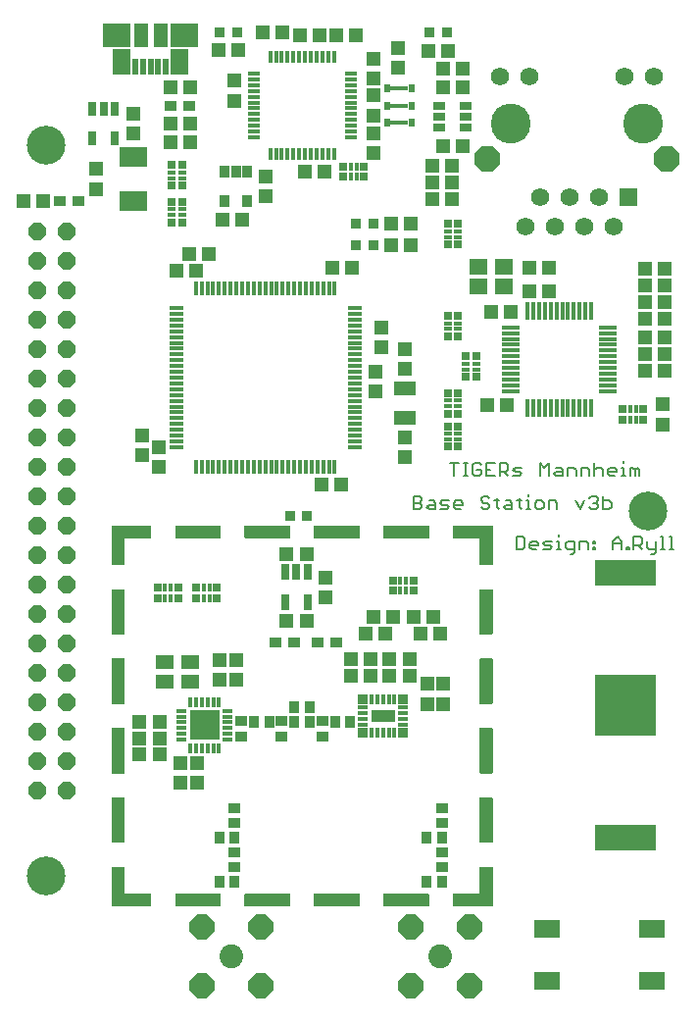
<source format=gts>
G04 EAGLE Gerber X2 export*
%TF.Part,Single*%
%TF.FileFunction,Soldermask,Top,1*%
%TF.FilePolarity,Positive*%
%TF.GenerationSoftware,Autodesk,EAGLE,9.4.2*%
%TF.CreationDate,2019-11-19T20:24:05Z*%
G75*
%MOMM*%
%FSLAX36Y36*%
%LPD*%
%INSoldermask Top*%
%AMOC8*
5,1,8,0,0,1.08239X$1,22.5*%
G01*
%ADD10C,0.152400*%
%ADD11C,3.350000*%
%ADD12P,1.569466X8X202.500000*%
%ADD13R,1.150000X1.250000*%
%ADD14R,1.250000X1.150000*%
%ADD15R,0.950000X0.950000*%
%ADD16R,2.250000X1.550000*%
%ADD17R,0.658000X1.166000*%
%ADD18R,2.436000X1.801000*%
%ADD19R,0.450000X1.650000*%
%ADD20R,1.650000X0.450000*%
%ADD21C,1.566000*%
%ADD22P,2.435377X8X292.500000*%
%ADD23R,1.566000X1.566000*%
%ADD24C,3.450000*%
%ADD25R,0.650000X0.675000*%
%ADD26R,0.650000X0.400000*%
%ADD27R,0.675000X0.650000*%
%ADD28R,0.400000X0.650000*%
%ADD29R,1.550000X1.350000*%
%ADD30R,0.500000X1.450000*%
%ADD31R,1.550000X2.200000*%
%ADD32R,2.450000X2.000000*%
%ADD33R,1.200000X2.000000*%
%ADD34R,1.000000X0.850000*%
%ADD35R,2.100000X1.100000*%
%ADD36R,0.400000X0.850000*%
%ADD37R,0.850000X0.400000*%
%ADD38R,0.850000X0.850000*%
%ADD39P,2.327138X8X22.500000*%
%ADD40C,2.050000*%
%ADD41R,1.500000X1.300000*%
%ADD42R,1.050000X0.850000*%
%ADD43R,0.850000X1.050000*%
%ADD44R,0.350000X0.850000*%
%ADD45R,0.850000X0.350000*%
%ADD46R,2.600000X2.600000*%
%ADD47R,1.950000X1.150000*%
%ADD48R,1.300000X0.400000*%
%ADD49R,0.400000X1.300000*%
%ADD50R,0.700000X1.350000*%
%ADD51R,1.100000X0.400000*%
%ADD52R,0.400000X1.100000*%
%ADD53R,0.500000X0.800000*%
%ADD54R,1.600000X0.400000*%
%ADD55R,1.050000X0.750000*%
%ADD56R,0.840000X1.140000*%
%ADD57R,5.230000X5.230000*%
%ADD58R,5.230000X2.182000*%

G36*
X41488959Y8302659D02*
X41488959Y8302659D01*
X41495503Y8302847D01*
X41499909Y8304628D01*
X41504597Y8305469D01*
X41510250Y8308803D01*
X41516319Y8311256D01*
X41519831Y8314459D01*
X41523931Y8316878D01*
X41528059Y8321959D01*
X41532909Y8326381D01*
X41535094Y8330619D01*
X41538088Y8334303D01*
X41540188Y8340503D01*
X41543197Y8346338D01*
X41544016Y8351794D01*
X41545294Y8355563D01*
X41545181Y8359541D01*
X41546000Y8365000D01*
X41546000Y11665000D01*
X41544841Y11671459D01*
X41544653Y11678003D01*
X41542872Y11682409D01*
X41542031Y11687097D01*
X41538697Y11692750D01*
X41536244Y11698819D01*
X41533041Y11702331D01*
X41530622Y11706431D01*
X41525541Y11710559D01*
X41521119Y11715409D01*
X41516881Y11717594D01*
X41513197Y11720588D01*
X41506997Y11722688D01*
X41501163Y11725697D01*
X41495706Y11726516D01*
X41491938Y11727794D01*
X41487959Y11727681D01*
X41482500Y11728500D01*
X40482500Y11728500D01*
X40476041Y11727341D01*
X40469497Y11727153D01*
X40465091Y11725372D01*
X40460403Y11724531D01*
X40454750Y11721197D01*
X40448681Y11718744D01*
X40445169Y11715541D01*
X40441069Y11713122D01*
X40436941Y11708041D01*
X40432091Y11703619D01*
X40429906Y11699381D01*
X40426913Y11695697D01*
X40424813Y11689497D01*
X40421803Y11683663D01*
X40420984Y11678206D01*
X40419706Y11674438D01*
X40419819Y11670459D01*
X40419000Y11665000D01*
X40419000Y9428500D01*
X38182500Y9428500D01*
X38176041Y9427341D01*
X38169497Y9427153D01*
X38165091Y9425372D01*
X38160403Y9424531D01*
X38154750Y9421197D01*
X38148681Y9418744D01*
X38145169Y9415541D01*
X38141069Y9413122D01*
X38136941Y9408041D01*
X38132091Y9403619D01*
X38129906Y9399381D01*
X38126913Y9395697D01*
X38124813Y9389497D01*
X38121803Y9383663D01*
X38120981Y9378197D01*
X38119706Y9374438D01*
X38119819Y9370459D01*
X38119000Y9365000D01*
X38119000Y8365000D01*
X38120159Y8358541D01*
X38120347Y8351997D01*
X38122128Y8347591D01*
X38122969Y8342903D01*
X38126303Y8337250D01*
X38128756Y8331181D01*
X38131959Y8327669D01*
X38134378Y8323569D01*
X38139459Y8319441D01*
X38143881Y8314591D01*
X38148119Y8312406D01*
X38151803Y8309413D01*
X38158003Y8307313D01*
X38163838Y8304303D01*
X38169294Y8303484D01*
X38173063Y8302206D01*
X38177041Y8302319D01*
X38182500Y8301500D01*
X41482500Y8301500D01*
X41488959Y8302659D01*
G37*
G36*
X9688959Y37802659D02*
X9688959Y37802659D01*
X9695503Y37802847D01*
X9699909Y37804628D01*
X9704597Y37805469D01*
X9710250Y37808803D01*
X9716319Y37811256D01*
X9719831Y37814459D01*
X9723931Y37816878D01*
X9728059Y37821959D01*
X9732909Y37826381D01*
X9735094Y37830619D01*
X9738088Y37834303D01*
X9740188Y37840503D01*
X9743197Y37846338D01*
X9744016Y37851794D01*
X9745294Y37855563D01*
X9745181Y37859541D01*
X9746000Y37865000D01*
X9746000Y40101500D01*
X11982500Y40101500D01*
X11988959Y40102659D01*
X11995503Y40102847D01*
X11999909Y40104628D01*
X12004597Y40105469D01*
X12010250Y40108803D01*
X12016319Y40111256D01*
X12019831Y40114459D01*
X12023931Y40116878D01*
X12028059Y40121959D01*
X12032909Y40126381D01*
X12035094Y40130619D01*
X12038088Y40134303D01*
X12040188Y40140503D01*
X12043197Y40146338D01*
X12044016Y40151794D01*
X12045294Y40155563D01*
X12045181Y40159541D01*
X12046000Y40165000D01*
X12046000Y41165000D01*
X12044841Y41171459D01*
X12044653Y41178003D01*
X12042872Y41182409D01*
X12042031Y41187097D01*
X12038697Y41192750D01*
X12036244Y41198819D01*
X12033041Y41202331D01*
X12030622Y41206431D01*
X12025541Y41210559D01*
X12021119Y41215409D01*
X12016881Y41217594D01*
X12013197Y41220588D01*
X12006997Y41222688D01*
X12001163Y41225697D01*
X11995706Y41226516D01*
X11991938Y41227794D01*
X11987959Y41227681D01*
X11982500Y41228500D01*
X8682500Y41228500D01*
X8676041Y41227341D01*
X8669497Y41227153D01*
X8665091Y41225372D01*
X8660403Y41224531D01*
X8654750Y41221197D01*
X8648681Y41218744D01*
X8645169Y41215541D01*
X8641069Y41213122D01*
X8636941Y41208041D01*
X8632091Y41203619D01*
X8629906Y41199381D01*
X8626913Y41195697D01*
X8624813Y41189497D01*
X8621803Y41183663D01*
X8620984Y41178206D01*
X8619706Y41174438D01*
X8619819Y41170459D01*
X8619000Y41165000D01*
X8619000Y37865000D01*
X8620159Y37858541D01*
X8620347Y37851997D01*
X8622128Y37847591D01*
X8622969Y37842903D01*
X8626303Y37837250D01*
X8628756Y37831181D01*
X8631959Y37827669D01*
X8634378Y37823569D01*
X8639459Y37819441D01*
X8643881Y37814591D01*
X8648119Y37812406D01*
X8651803Y37809413D01*
X8658003Y37807313D01*
X8663838Y37804303D01*
X8669294Y37803484D01*
X8673063Y37802206D01*
X8677041Y37802319D01*
X8682500Y37801500D01*
X9682500Y37801500D01*
X9688959Y37802659D01*
G37*
G36*
X41488959Y37802659D02*
X41488959Y37802659D01*
X41495503Y37802847D01*
X41499909Y37804628D01*
X41504597Y37805469D01*
X41510250Y37808803D01*
X41516319Y37811256D01*
X41519831Y37814459D01*
X41523931Y37816878D01*
X41528059Y37821959D01*
X41532909Y37826381D01*
X41535094Y37830619D01*
X41538088Y37834303D01*
X41540188Y37840503D01*
X41543197Y37846338D01*
X41544016Y37851794D01*
X41545294Y37855563D01*
X41545181Y37859541D01*
X41546000Y37865000D01*
X41546000Y41165000D01*
X41544841Y41171459D01*
X41544653Y41178003D01*
X41542872Y41182409D01*
X41542031Y41187097D01*
X41538697Y41192750D01*
X41536244Y41198819D01*
X41533041Y41202331D01*
X41530622Y41206431D01*
X41525541Y41210559D01*
X41521119Y41215409D01*
X41516881Y41217594D01*
X41513197Y41220588D01*
X41506997Y41222688D01*
X41501163Y41225697D01*
X41495706Y41226516D01*
X41491938Y41227794D01*
X41487959Y41227681D01*
X41482500Y41228500D01*
X38182500Y41228500D01*
X38176041Y41227341D01*
X38169497Y41227153D01*
X38165091Y41225372D01*
X38160403Y41224531D01*
X38154750Y41221197D01*
X38148681Y41218744D01*
X38145169Y41215541D01*
X38141069Y41213122D01*
X38136941Y41208041D01*
X38132091Y41203619D01*
X38129906Y41199381D01*
X38126913Y41195697D01*
X38124813Y41189497D01*
X38121803Y41183663D01*
X38120984Y41178206D01*
X38119706Y41174438D01*
X38119819Y41170459D01*
X38119000Y41165000D01*
X38119000Y40165000D01*
X38120159Y40158541D01*
X38120347Y40151997D01*
X38122128Y40147591D01*
X38122969Y40142903D01*
X38126303Y40137250D01*
X38128756Y40131181D01*
X38131959Y40127669D01*
X38134378Y40123569D01*
X38139459Y40119441D01*
X38143881Y40114591D01*
X38148119Y40112406D01*
X38151803Y40109413D01*
X38158003Y40107313D01*
X38163838Y40104303D01*
X38169294Y40103484D01*
X38173063Y40102206D01*
X38177041Y40102319D01*
X38182500Y40101500D01*
X40419000Y40101500D01*
X40419000Y37865000D01*
X40420159Y37858541D01*
X40420347Y37851997D01*
X40422128Y37847591D01*
X40422969Y37842903D01*
X40426303Y37837250D01*
X40428756Y37831181D01*
X40431959Y37827669D01*
X40434378Y37823569D01*
X40439459Y37819441D01*
X40443881Y37814591D01*
X40448119Y37812406D01*
X40451803Y37809413D01*
X40458003Y37807313D01*
X40463838Y37804303D01*
X40469294Y37803484D01*
X40473063Y37802206D01*
X40477041Y37802319D01*
X40482500Y37801500D01*
X41482500Y37801500D01*
X41488959Y37802659D01*
G37*
G36*
X11988959Y8302659D02*
X11988959Y8302659D01*
X11995503Y8302847D01*
X11999909Y8304628D01*
X12004597Y8305469D01*
X12010250Y8308803D01*
X12016319Y8311256D01*
X12019831Y8314459D01*
X12023931Y8316878D01*
X12028059Y8321959D01*
X12032909Y8326381D01*
X12035094Y8330619D01*
X12038088Y8334303D01*
X12040188Y8340503D01*
X12043197Y8346338D01*
X12044016Y8351794D01*
X12045294Y8355563D01*
X12045181Y8359541D01*
X12046000Y8365000D01*
X12046000Y9365000D01*
X12044841Y9371459D01*
X12044653Y9378003D01*
X12042872Y9382409D01*
X12042031Y9387097D01*
X12038697Y9392750D01*
X12036244Y9398819D01*
X12033041Y9402331D01*
X12030622Y9406431D01*
X12025541Y9410559D01*
X12021119Y9415409D01*
X12016881Y9417594D01*
X12013197Y9420588D01*
X12006997Y9422688D01*
X12001163Y9425697D01*
X11995706Y9426516D01*
X11991938Y9427794D01*
X11987959Y9427681D01*
X11982500Y9428500D01*
X9746000Y9428500D01*
X9746000Y11665000D01*
X9744841Y11671459D01*
X9744653Y11678003D01*
X9742872Y11682409D01*
X9742031Y11687097D01*
X9738697Y11692750D01*
X9736244Y11698819D01*
X9733041Y11702331D01*
X9730622Y11706431D01*
X9725541Y11710559D01*
X9721119Y11715409D01*
X9716881Y11717594D01*
X9713197Y11720588D01*
X9706997Y11722688D01*
X9701163Y11725697D01*
X9695706Y11726516D01*
X9691938Y11727794D01*
X9687959Y11727681D01*
X9682500Y11728500D01*
X8682500Y11728500D01*
X8676041Y11727341D01*
X8669497Y11727153D01*
X8665091Y11725372D01*
X8660403Y11724531D01*
X8654750Y11721197D01*
X8648681Y11718744D01*
X8645169Y11715541D01*
X8641069Y11713122D01*
X8636941Y11708041D01*
X8632091Y11703619D01*
X8629906Y11699381D01*
X8626913Y11695697D01*
X8624813Y11689497D01*
X8621803Y11683663D01*
X8620984Y11678206D01*
X8619706Y11674438D01*
X8619819Y11670459D01*
X8619000Y11665000D01*
X8619000Y8365000D01*
X8620159Y8358541D01*
X8620347Y8351997D01*
X8622128Y8347591D01*
X8622969Y8342903D01*
X8626303Y8337250D01*
X8628756Y8331181D01*
X8631959Y8327669D01*
X8634378Y8323569D01*
X8639459Y8319441D01*
X8643881Y8314591D01*
X8648119Y8312406D01*
X8651803Y8309413D01*
X8658003Y8307313D01*
X8663838Y8304303D01*
X8669294Y8303484D01*
X8673063Y8302206D01*
X8677041Y8302319D01*
X8682500Y8301500D01*
X11982500Y8301500D01*
X11988959Y8302659D01*
G37*
G36*
X23988959Y40102659D02*
X23988959Y40102659D01*
X23995503Y40102847D01*
X23999909Y40104628D01*
X24004597Y40105469D01*
X24010250Y40108803D01*
X24016319Y40111256D01*
X24019831Y40114459D01*
X24023931Y40116878D01*
X24028059Y40121959D01*
X24032909Y40126381D01*
X24035094Y40130619D01*
X24038088Y40134303D01*
X24040188Y40140503D01*
X24043197Y40146338D01*
X24044016Y40151794D01*
X24045294Y40155563D01*
X24045181Y40159541D01*
X24046000Y40165000D01*
X24046000Y41165000D01*
X24044841Y41171459D01*
X24044653Y41178003D01*
X24042872Y41182409D01*
X24042031Y41187097D01*
X24038697Y41192750D01*
X24036244Y41198819D01*
X24033041Y41202331D01*
X24030622Y41206431D01*
X24025541Y41210559D01*
X24021119Y41215409D01*
X24016881Y41217594D01*
X24013197Y41220588D01*
X24006997Y41222688D01*
X24001163Y41225697D01*
X23995706Y41226516D01*
X23991938Y41227794D01*
X23987959Y41227681D01*
X23982500Y41228500D01*
X20182500Y41228500D01*
X20176041Y41227341D01*
X20169497Y41227153D01*
X20165091Y41225372D01*
X20160403Y41224531D01*
X20154750Y41221197D01*
X20148681Y41218744D01*
X20145169Y41215541D01*
X20141069Y41213122D01*
X20136941Y41208041D01*
X20132091Y41203619D01*
X20129906Y41199381D01*
X20126913Y41195697D01*
X20124813Y41189497D01*
X20121803Y41183663D01*
X20120981Y41178197D01*
X20119706Y41174438D01*
X20119819Y41170459D01*
X20119000Y41165000D01*
X20119000Y40165000D01*
X20120159Y40158541D01*
X20120347Y40151997D01*
X20122128Y40147591D01*
X20122969Y40142903D01*
X20126303Y40137250D01*
X20128756Y40131181D01*
X20131959Y40127669D01*
X20134378Y40123569D01*
X20139459Y40119441D01*
X20143881Y40114591D01*
X20148119Y40112406D01*
X20151803Y40109413D01*
X20158003Y40107313D01*
X20163838Y40104303D01*
X20169294Y40103484D01*
X20173063Y40102206D01*
X20177041Y40102319D01*
X20182500Y40101500D01*
X23982500Y40101500D01*
X23988959Y40102659D01*
G37*
G36*
X17988959Y40102659D02*
X17988959Y40102659D01*
X17995503Y40102847D01*
X17999909Y40104628D01*
X18004597Y40105469D01*
X18010250Y40108803D01*
X18016319Y40111256D01*
X18019831Y40114459D01*
X18023931Y40116878D01*
X18028059Y40121959D01*
X18032909Y40126381D01*
X18035094Y40130619D01*
X18038088Y40134303D01*
X18040188Y40140503D01*
X18043197Y40146338D01*
X18044016Y40151794D01*
X18045294Y40155563D01*
X18045181Y40159541D01*
X18046000Y40165000D01*
X18046000Y41165000D01*
X18044841Y41171459D01*
X18044653Y41178003D01*
X18042872Y41182409D01*
X18042031Y41187097D01*
X18038697Y41192750D01*
X18036244Y41198819D01*
X18033041Y41202331D01*
X18030622Y41206431D01*
X18025541Y41210559D01*
X18021119Y41215409D01*
X18016881Y41217594D01*
X18013197Y41220588D01*
X18006997Y41222688D01*
X18001163Y41225697D01*
X17995706Y41226516D01*
X17991938Y41227794D01*
X17987959Y41227681D01*
X17982500Y41228500D01*
X14182500Y41228500D01*
X14176041Y41227341D01*
X14169497Y41227153D01*
X14165091Y41225372D01*
X14160403Y41224531D01*
X14154750Y41221197D01*
X14148681Y41218744D01*
X14145169Y41215541D01*
X14141069Y41213122D01*
X14136941Y41208041D01*
X14132091Y41203619D01*
X14129906Y41199381D01*
X14126913Y41195697D01*
X14124813Y41189497D01*
X14121803Y41183663D01*
X14120981Y41178197D01*
X14119706Y41174438D01*
X14119819Y41170459D01*
X14119000Y41165000D01*
X14119000Y40165000D01*
X14120159Y40158541D01*
X14120347Y40151997D01*
X14122128Y40147591D01*
X14122969Y40142903D01*
X14126303Y40137250D01*
X14128756Y40131181D01*
X14131959Y40127669D01*
X14134378Y40123569D01*
X14139459Y40119441D01*
X14143881Y40114591D01*
X14148119Y40112406D01*
X14151803Y40109413D01*
X14158003Y40107313D01*
X14163838Y40104303D01*
X14169294Y40103484D01*
X14173063Y40102206D01*
X14177041Y40102319D01*
X14182500Y40101500D01*
X17982500Y40101500D01*
X17988959Y40102659D01*
G37*
G36*
X29988959Y40102659D02*
X29988959Y40102659D01*
X29995503Y40102847D01*
X29999909Y40104628D01*
X30004597Y40105469D01*
X30010250Y40108803D01*
X30016319Y40111256D01*
X30019831Y40114459D01*
X30023931Y40116878D01*
X30028059Y40121959D01*
X30032909Y40126381D01*
X30035094Y40130619D01*
X30038088Y40134303D01*
X30040188Y40140503D01*
X30043197Y40146338D01*
X30044016Y40151794D01*
X30045294Y40155563D01*
X30045181Y40159541D01*
X30046000Y40165000D01*
X30046000Y41165000D01*
X30044841Y41171459D01*
X30044653Y41178003D01*
X30042872Y41182409D01*
X30042031Y41187097D01*
X30038697Y41192750D01*
X30036244Y41198819D01*
X30033041Y41202331D01*
X30030622Y41206431D01*
X30025541Y41210559D01*
X30021119Y41215409D01*
X30016881Y41217594D01*
X30013197Y41220588D01*
X30006997Y41222688D01*
X30001163Y41225697D01*
X29995706Y41226516D01*
X29991938Y41227794D01*
X29987959Y41227681D01*
X29982500Y41228500D01*
X26182500Y41228500D01*
X26176041Y41227341D01*
X26169497Y41227153D01*
X26165091Y41225372D01*
X26160403Y41224531D01*
X26154750Y41221197D01*
X26148681Y41218744D01*
X26145169Y41215541D01*
X26141069Y41213122D01*
X26136941Y41208041D01*
X26132091Y41203619D01*
X26129906Y41199381D01*
X26126913Y41195697D01*
X26124813Y41189497D01*
X26121803Y41183663D01*
X26120981Y41178197D01*
X26119706Y41174438D01*
X26119819Y41170459D01*
X26119000Y41165000D01*
X26119000Y40165000D01*
X26120159Y40158541D01*
X26120347Y40151997D01*
X26122128Y40147591D01*
X26122969Y40142903D01*
X26126303Y40137250D01*
X26128756Y40131181D01*
X26131959Y40127669D01*
X26134378Y40123569D01*
X26139459Y40119441D01*
X26143881Y40114591D01*
X26148119Y40112406D01*
X26151803Y40109413D01*
X26158003Y40107313D01*
X26163838Y40104303D01*
X26169294Y40103484D01*
X26173063Y40102206D01*
X26177041Y40102319D01*
X26182500Y40101500D01*
X29982500Y40101500D01*
X29988959Y40102659D01*
G37*
G36*
X35988959Y40102659D02*
X35988959Y40102659D01*
X35995503Y40102847D01*
X35999909Y40104628D01*
X36004597Y40105469D01*
X36010250Y40108803D01*
X36016319Y40111256D01*
X36019831Y40114459D01*
X36023931Y40116878D01*
X36028059Y40121959D01*
X36032909Y40126381D01*
X36035094Y40130619D01*
X36038088Y40134303D01*
X36040188Y40140503D01*
X36043197Y40146338D01*
X36044016Y40151794D01*
X36045294Y40155563D01*
X36045181Y40159541D01*
X36046000Y40165000D01*
X36046000Y41165000D01*
X36044841Y41171459D01*
X36044653Y41178003D01*
X36042872Y41182409D01*
X36042031Y41187097D01*
X36038697Y41192750D01*
X36036244Y41198819D01*
X36033041Y41202331D01*
X36030622Y41206431D01*
X36025541Y41210559D01*
X36021119Y41215409D01*
X36016881Y41217594D01*
X36013197Y41220588D01*
X36006997Y41222688D01*
X36001163Y41225697D01*
X35995706Y41226516D01*
X35991938Y41227794D01*
X35987959Y41227681D01*
X35982500Y41228500D01*
X32182500Y41228500D01*
X32176041Y41227341D01*
X32169497Y41227153D01*
X32165091Y41225372D01*
X32160403Y41224531D01*
X32154750Y41221197D01*
X32148681Y41218744D01*
X32145169Y41215541D01*
X32141069Y41213122D01*
X32136941Y41208041D01*
X32132091Y41203619D01*
X32129906Y41199381D01*
X32126913Y41195697D01*
X32124813Y41189497D01*
X32121803Y41183663D01*
X32120981Y41178197D01*
X32119706Y41174438D01*
X32119819Y41170459D01*
X32119000Y41165000D01*
X32119000Y40165000D01*
X32120159Y40158541D01*
X32120347Y40151997D01*
X32122128Y40147591D01*
X32122969Y40142903D01*
X32126303Y40137250D01*
X32128756Y40131181D01*
X32131959Y40127669D01*
X32134378Y40123569D01*
X32139459Y40119441D01*
X32143881Y40114591D01*
X32148119Y40112406D01*
X32151803Y40109413D01*
X32158003Y40107313D01*
X32163838Y40104303D01*
X32169294Y40103484D01*
X32173063Y40102206D01*
X32177041Y40102319D01*
X32182500Y40101500D01*
X35982500Y40101500D01*
X35988959Y40102659D01*
G37*
G36*
X23988959Y8302659D02*
X23988959Y8302659D01*
X23995503Y8302847D01*
X23999909Y8304628D01*
X24004597Y8305469D01*
X24010250Y8308803D01*
X24016319Y8311256D01*
X24019831Y8314459D01*
X24023931Y8316878D01*
X24028059Y8321959D01*
X24032909Y8326381D01*
X24035094Y8330619D01*
X24038088Y8334303D01*
X24040188Y8340503D01*
X24043197Y8346338D01*
X24044016Y8351794D01*
X24045294Y8355563D01*
X24045181Y8359541D01*
X24046000Y8365000D01*
X24046000Y9365000D01*
X24044841Y9371459D01*
X24044653Y9378003D01*
X24042872Y9382409D01*
X24042031Y9387097D01*
X24038697Y9392750D01*
X24036244Y9398819D01*
X24033041Y9402331D01*
X24030622Y9406431D01*
X24025541Y9410559D01*
X24021119Y9415409D01*
X24016881Y9417594D01*
X24013197Y9420588D01*
X24006997Y9422688D01*
X24001163Y9425697D01*
X23995706Y9426516D01*
X23991938Y9427794D01*
X23987959Y9427681D01*
X23982500Y9428500D01*
X20182500Y9428500D01*
X20176041Y9427341D01*
X20169497Y9427153D01*
X20165091Y9425372D01*
X20160403Y9424531D01*
X20154750Y9421197D01*
X20148681Y9418744D01*
X20145169Y9415541D01*
X20141069Y9413122D01*
X20136941Y9408041D01*
X20132091Y9403619D01*
X20129906Y9399381D01*
X20126913Y9395697D01*
X20124813Y9389497D01*
X20121803Y9383663D01*
X20120981Y9378197D01*
X20119706Y9374438D01*
X20119819Y9370459D01*
X20119000Y9365000D01*
X20119000Y8365000D01*
X20120159Y8358541D01*
X20120347Y8351997D01*
X20122128Y8347591D01*
X20122969Y8342903D01*
X20126303Y8337250D01*
X20128756Y8331181D01*
X20131959Y8327669D01*
X20134378Y8323569D01*
X20139459Y8319441D01*
X20143881Y8314591D01*
X20148119Y8312406D01*
X20151803Y8309413D01*
X20158003Y8307313D01*
X20163838Y8304303D01*
X20169294Y8303484D01*
X20173063Y8302206D01*
X20177041Y8302319D01*
X20182500Y8301500D01*
X23982500Y8301500D01*
X23988959Y8302659D01*
G37*
G36*
X29988959Y8302659D02*
X29988959Y8302659D01*
X29995503Y8302847D01*
X29999909Y8304628D01*
X30004597Y8305469D01*
X30010250Y8308803D01*
X30016319Y8311256D01*
X30019831Y8314459D01*
X30023931Y8316878D01*
X30028059Y8321959D01*
X30032909Y8326381D01*
X30035094Y8330619D01*
X30038088Y8334303D01*
X30040188Y8340503D01*
X30043197Y8346338D01*
X30044016Y8351794D01*
X30045294Y8355563D01*
X30045181Y8359541D01*
X30046000Y8365000D01*
X30046000Y9365000D01*
X30044841Y9371459D01*
X30044653Y9378003D01*
X30042872Y9382409D01*
X30042031Y9387097D01*
X30038697Y9392750D01*
X30036244Y9398819D01*
X30033041Y9402331D01*
X30030622Y9406431D01*
X30025541Y9410559D01*
X30021119Y9415409D01*
X30016881Y9417594D01*
X30013197Y9420588D01*
X30006997Y9422688D01*
X30001163Y9425697D01*
X29995706Y9426516D01*
X29991938Y9427794D01*
X29987959Y9427681D01*
X29982500Y9428500D01*
X26182500Y9428500D01*
X26176041Y9427341D01*
X26169497Y9427153D01*
X26165091Y9425372D01*
X26160403Y9424531D01*
X26154750Y9421197D01*
X26148681Y9418744D01*
X26145169Y9415541D01*
X26141069Y9413122D01*
X26136941Y9408041D01*
X26132091Y9403619D01*
X26129906Y9399381D01*
X26126913Y9395697D01*
X26124813Y9389497D01*
X26121803Y9383663D01*
X26120981Y9378197D01*
X26119706Y9374438D01*
X26119819Y9370459D01*
X26119000Y9365000D01*
X26119000Y8365000D01*
X26120159Y8358541D01*
X26120347Y8351997D01*
X26122128Y8347591D01*
X26122969Y8342903D01*
X26126303Y8337250D01*
X26128756Y8331181D01*
X26131959Y8327669D01*
X26134378Y8323569D01*
X26139459Y8319441D01*
X26143881Y8314591D01*
X26148119Y8312406D01*
X26151803Y8309413D01*
X26158003Y8307313D01*
X26163838Y8304303D01*
X26169294Y8303484D01*
X26173063Y8302206D01*
X26177041Y8302319D01*
X26182500Y8301500D01*
X29982500Y8301500D01*
X29988959Y8302659D01*
G37*
G36*
X17988959Y8302659D02*
X17988959Y8302659D01*
X17995503Y8302847D01*
X17999909Y8304628D01*
X18004597Y8305469D01*
X18010250Y8308803D01*
X18016319Y8311256D01*
X18019831Y8314459D01*
X18023931Y8316878D01*
X18028059Y8321959D01*
X18032909Y8326381D01*
X18035094Y8330619D01*
X18038088Y8334303D01*
X18040188Y8340503D01*
X18043197Y8346338D01*
X18044016Y8351794D01*
X18045294Y8355563D01*
X18045181Y8359541D01*
X18046000Y8365000D01*
X18046000Y9365000D01*
X18044841Y9371459D01*
X18044653Y9378003D01*
X18042872Y9382409D01*
X18042031Y9387097D01*
X18038697Y9392750D01*
X18036244Y9398819D01*
X18033041Y9402331D01*
X18030622Y9406431D01*
X18025541Y9410559D01*
X18021119Y9415409D01*
X18016881Y9417594D01*
X18013197Y9420588D01*
X18006997Y9422688D01*
X18001163Y9425697D01*
X17995706Y9426516D01*
X17991938Y9427794D01*
X17987959Y9427681D01*
X17982500Y9428500D01*
X14182500Y9428500D01*
X14176041Y9427341D01*
X14169497Y9427153D01*
X14165091Y9425372D01*
X14160403Y9424531D01*
X14154750Y9421197D01*
X14148681Y9418744D01*
X14145169Y9415541D01*
X14141069Y9413122D01*
X14136941Y9408041D01*
X14132091Y9403619D01*
X14129906Y9399381D01*
X14126913Y9395697D01*
X14124813Y9389497D01*
X14121803Y9383663D01*
X14120981Y9378197D01*
X14119706Y9374438D01*
X14119819Y9370459D01*
X14119000Y9365000D01*
X14119000Y8365000D01*
X14120159Y8358541D01*
X14120347Y8351997D01*
X14122128Y8347591D01*
X14122969Y8342903D01*
X14126303Y8337250D01*
X14128756Y8331181D01*
X14131959Y8327669D01*
X14134378Y8323569D01*
X14139459Y8319441D01*
X14143881Y8314591D01*
X14148119Y8312406D01*
X14151803Y8309413D01*
X14158003Y8307313D01*
X14163838Y8304303D01*
X14169294Y8303484D01*
X14173063Y8302206D01*
X14177041Y8302319D01*
X14182500Y8301500D01*
X17982500Y8301500D01*
X17988959Y8302659D01*
G37*
G36*
X35988959Y8302659D02*
X35988959Y8302659D01*
X35995503Y8302847D01*
X35999909Y8304628D01*
X36004597Y8305469D01*
X36010250Y8308803D01*
X36016319Y8311256D01*
X36019831Y8314459D01*
X36023931Y8316878D01*
X36028059Y8321959D01*
X36032909Y8326381D01*
X36035094Y8330619D01*
X36038088Y8334303D01*
X36040188Y8340503D01*
X36043197Y8346338D01*
X36044016Y8351794D01*
X36045294Y8355563D01*
X36045181Y8359541D01*
X36046000Y8365000D01*
X36046000Y9365000D01*
X36044841Y9371459D01*
X36044653Y9378003D01*
X36042872Y9382409D01*
X36042031Y9387097D01*
X36038697Y9392750D01*
X36036244Y9398819D01*
X36033041Y9402331D01*
X36030622Y9406431D01*
X36025541Y9410559D01*
X36021119Y9415409D01*
X36016881Y9417594D01*
X36013197Y9420588D01*
X36006997Y9422688D01*
X36001163Y9425697D01*
X35995706Y9426516D01*
X35991938Y9427794D01*
X35987959Y9427681D01*
X35982500Y9428500D01*
X32182500Y9428500D01*
X32176041Y9427341D01*
X32169497Y9427153D01*
X32165091Y9425372D01*
X32160403Y9424531D01*
X32154750Y9421197D01*
X32148681Y9418744D01*
X32145169Y9415541D01*
X32141069Y9413122D01*
X32136941Y9408041D01*
X32132091Y9403619D01*
X32129906Y9399381D01*
X32126913Y9395697D01*
X32124813Y9389497D01*
X32121803Y9383663D01*
X32120981Y9378197D01*
X32119706Y9374438D01*
X32119819Y9370459D01*
X32119000Y9365000D01*
X32119000Y8365000D01*
X32120159Y8358541D01*
X32120347Y8351997D01*
X32122128Y8347591D01*
X32122969Y8342903D01*
X32126303Y8337250D01*
X32128756Y8331181D01*
X32131959Y8327669D01*
X32134378Y8323569D01*
X32139459Y8319441D01*
X32143881Y8314591D01*
X32148119Y8312406D01*
X32151803Y8309413D01*
X32158003Y8307313D01*
X32163838Y8304303D01*
X32169294Y8303484D01*
X32173063Y8302206D01*
X32177041Y8302319D01*
X32182500Y8301500D01*
X35982500Y8301500D01*
X35988959Y8302659D01*
G37*
G36*
X9688959Y31802659D02*
X9688959Y31802659D01*
X9695503Y31802847D01*
X9699909Y31804628D01*
X9704597Y31805469D01*
X9710250Y31808803D01*
X9716319Y31811256D01*
X9719831Y31814459D01*
X9723931Y31816878D01*
X9728059Y31821959D01*
X9732909Y31826381D01*
X9735094Y31830619D01*
X9738088Y31834303D01*
X9740188Y31840503D01*
X9743197Y31846338D01*
X9744016Y31851794D01*
X9745294Y31855563D01*
X9745181Y31859541D01*
X9746000Y31865000D01*
X9746000Y35665000D01*
X9744841Y35671459D01*
X9744653Y35678003D01*
X9742872Y35682409D01*
X9742031Y35687097D01*
X9738697Y35692750D01*
X9736244Y35698819D01*
X9733041Y35702331D01*
X9730622Y35706431D01*
X9725541Y35710559D01*
X9721119Y35715409D01*
X9716881Y35717594D01*
X9713197Y35720588D01*
X9706997Y35722688D01*
X9701163Y35725697D01*
X9695706Y35726516D01*
X9691938Y35727794D01*
X9687959Y35727681D01*
X9682500Y35728500D01*
X8682500Y35728500D01*
X8676041Y35727341D01*
X8669497Y35727153D01*
X8665091Y35725372D01*
X8660403Y35724531D01*
X8654750Y35721197D01*
X8648681Y35718744D01*
X8645169Y35715541D01*
X8641069Y35713122D01*
X8636941Y35708041D01*
X8632091Y35703619D01*
X8629906Y35699381D01*
X8626913Y35695697D01*
X8624813Y35689497D01*
X8621803Y35683663D01*
X8620984Y35678206D01*
X8619706Y35674438D01*
X8619819Y35670459D01*
X8619000Y35665000D01*
X8619000Y31865000D01*
X8620159Y31858541D01*
X8620347Y31851997D01*
X8622128Y31847591D01*
X8622969Y31842903D01*
X8626303Y31837250D01*
X8628756Y31831181D01*
X8631959Y31827669D01*
X8634378Y31823569D01*
X8639459Y31819441D01*
X8643881Y31814591D01*
X8648119Y31812406D01*
X8651803Y31809413D01*
X8658003Y31807313D01*
X8663838Y31804303D01*
X8669294Y31803484D01*
X8673063Y31802206D01*
X8677041Y31802319D01*
X8682500Y31801500D01*
X9682500Y31801500D01*
X9688959Y31802659D01*
G37*
G36*
X41488959Y31802659D02*
X41488959Y31802659D01*
X41495503Y31802847D01*
X41499909Y31804628D01*
X41504597Y31805469D01*
X41510250Y31808803D01*
X41516319Y31811256D01*
X41519831Y31814459D01*
X41523931Y31816878D01*
X41528059Y31821959D01*
X41532909Y31826381D01*
X41535094Y31830619D01*
X41538088Y31834303D01*
X41540188Y31840503D01*
X41543197Y31846338D01*
X41544016Y31851794D01*
X41545294Y31855563D01*
X41545181Y31859541D01*
X41546000Y31865000D01*
X41546000Y35665000D01*
X41544841Y35671459D01*
X41544653Y35678003D01*
X41542872Y35682409D01*
X41542031Y35687097D01*
X41538697Y35692750D01*
X41536244Y35698819D01*
X41533041Y35702331D01*
X41530622Y35706431D01*
X41525541Y35710559D01*
X41521119Y35715409D01*
X41516881Y35717594D01*
X41513197Y35720588D01*
X41506997Y35722688D01*
X41501163Y35725697D01*
X41495706Y35726516D01*
X41491938Y35727794D01*
X41487959Y35727681D01*
X41482500Y35728500D01*
X40482500Y35728500D01*
X40476041Y35727341D01*
X40469497Y35727153D01*
X40465091Y35725372D01*
X40460403Y35724531D01*
X40454750Y35721197D01*
X40448681Y35718744D01*
X40445169Y35715541D01*
X40441069Y35713122D01*
X40436941Y35708041D01*
X40432091Y35703619D01*
X40429906Y35699381D01*
X40426913Y35695697D01*
X40424813Y35689497D01*
X40421803Y35683663D01*
X40420984Y35678206D01*
X40419706Y35674438D01*
X40419819Y35670459D01*
X40419000Y35665000D01*
X40419000Y31865000D01*
X40420159Y31858541D01*
X40420347Y31851997D01*
X40422128Y31847591D01*
X40422969Y31842903D01*
X40426303Y31837250D01*
X40428756Y31831181D01*
X40431959Y31827669D01*
X40434378Y31823569D01*
X40439459Y31819441D01*
X40443881Y31814591D01*
X40448119Y31812406D01*
X40451803Y31809413D01*
X40458003Y31807313D01*
X40463838Y31804303D01*
X40469294Y31803484D01*
X40473063Y31802206D01*
X40477041Y31802319D01*
X40482500Y31801500D01*
X41482500Y31801500D01*
X41488959Y31802659D01*
G37*
G36*
X9688959Y25802659D02*
X9688959Y25802659D01*
X9695503Y25802847D01*
X9699909Y25804628D01*
X9704597Y25805469D01*
X9710250Y25808803D01*
X9716319Y25811256D01*
X9719831Y25814459D01*
X9723931Y25816878D01*
X9728059Y25821959D01*
X9732909Y25826381D01*
X9735094Y25830619D01*
X9738088Y25834303D01*
X9740188Y25840503D01*
X9743197Y25846338D01*
X9744016Y25851794D01*
X9745294Y25855563D01*
X9745181Y25859541D01*
X9746000Y25865000D01*
X9746000Y29665000D01*
X9744841Y29671459D01*
X9744653Y29678003D01*
X9742872Y29682409D01*
X9742031Y29687097D01*
X9738697Y29692750D01*
X9736244Y29698819D01*
X9733041Y29702331D01*
X9730622Y29706431D01*
X9725541Y29710559D01*
X9721119Y29715409D01*
X9716881Y29717594D01*
X9713197Y29720588D01*
X9706997Y29722688D01*
X9701163Y29725697D01*
X9695706Y29726516D01*
X9691938Y29727794D01*
X9687959Y29727681D01*
X9682500Y29728500D01*
X8682500Y29728500D01*
X8676041Y29727341D01*
X8669497Y29727153D01*
X8665091Y29725372D01*
X8660403Y29724531D01*
X8654750Y29721197D01*
X8648681Y29718744D01*
X8645169Y29715541D01*
X8641069Y29713122D01*
X8636941Y29708041D01*
X8632091Y29703619D01*
X8629906Y29699381D01*
X8626913Y29695697D01*
X8624813Y29689497D01*
X8621803Y29683663D01*
X8620984Y29678206D01*
X8619706Y29674438D01*
X8619819Y29670459D01*
X8619000Y29665000D01*
X8619000Y25865000D01*
X8620159Y25858541D01*
X8620347Y25851997D01*
X8622128Y25847591D01*
X8622969Y25842903D01*
X8626303Y25837250D01*
X8628756Y25831181D01*
X8631959Y25827669D01*
X8634378Y25823569D01*
X8639459Y25819441D01*
X8643881Y25814591D01*
X8648119Y25812406D01*
X8651803Y25809413D01*
X8658003Y25807313D01*
X8663838Y25804303D01*
X8669294Y25803484D01*
X8673063Y25802206D01*
X8677041Y25802319D01*
X8682500Y25801500D01*
X9682500Y25801500D01*
X9688959Y25802659D01*
G37*
G36*
X41488959Y25802659D02*
X41488959Y25802659D01*
X41495503Y25802847D01*
X41499909Y25804628D01*
X41504597Y25805469D01*
X41510250Y25808803D01*
X41516319Y25811256D01*
X41519831Y25814459D01*
X41523931Y25816878D01*
X41528059Y25821959D01*
X41532909Y25826381D01*
X41535094Y25830619D01*
X41538088Y25834303D01*
X41540188Y25840503D01*
X41543197Y25846338D01*
X41544016Y25851794D01*
X41545294Y25855563D01*
X41545181Y25859541D01*
X41546000Y25865000D01*
X41546000Y29665000D01*
X41544841Y29671459D01*
X41544653Y29678003D01*
X41542872Y29682409D01*
X41542031Y29687097D01*
X41538697Y29692750D01*
X41536244Y29698819D01*
X41533041Y29702331D01*
X41530622Y29706431D01*
X41525541Y29710559D01*
X41521119Y29715409D01*
X41516881Y29717594D01*
X41513197Y29720588D01*
X41506997Y29722688D01*
X41501163Y29725697D01*
X41495706Y29726516D01*
X41491938Y29727794D01*
X41487959Y29727681D01*
X41482500Y29728500D01*
X40482500Y29728500D01*
X40476041Y29727341D01*
X40469497Y29727153D01*
X40465091Y29725372D01*
X40460403Y29724531D01*
X40454750Y29721197D01*
X40448681Y29718744D01*
X40445169Y29715541D01*
X40441069Y29713122D01*
X40436941Y29708041D01*
X40432091Y29703619D01*
X40429906Y29699381D01*
X40426913Y29695697D01*
X40424813Y29689497D01*
X40421803Y29683663D01*
X40420984Y29678206D01*
X40419706Y29674438D01*
X40419819Y29670459D01*
X40419000Y29665000D01*
X40419000Y25865000D01*
X40420159Y25858541D01*
X40420347Y25851997D01*
X40422128Y25847591D01*
X40422969Y25842903D01*
X40426303Y25837250D01*
X40428756Y25831181D01*
X40431959Y25827669D01*
X40434378Y25823569D01*
X40439459Y25819441D01*
X40443881Y25814591D01*
X40448119Y25812406D01*
X40451803Y25809413D01*
X40458003Y25807313D01*
X40463838Y25804303D01*
X40469294Y25803484D01*
X40473063Y25802206D01*
X40477041Y25802319D01*
X40482500Y25801500D01*
X41482500Y25801500D01*
X41488959Y25802659D01*
G37*
G36*
X9688959Y19802659D02*
X9688959Y19802659D01*
X9695503Y19802847D01*
X9699909Y19804628D01*
X9704597Y19805469D01*
X9710250Y19808803D01*
X9716319Y19811256D01*
X9719831Y19814459D01*
X9723931Y19816878D01*
X9728059Y19821959D01*
X9732909Y19826381D01*
X9735094Y19830619D01*
X9738088Y19834303D01*
X9740188Y19840503D01*
X9743197Y19846338D01*
X9744016Y19851794D01*
X9745294Y19855563D01*
X9745181Y19859541D01*
X9746000Y19865000D01*
X9746000Y23665000D01*
X9744841Y23671459D01*
X9744653Y23678003D01*
X9742872Y23682409D01*
X9742031Y23687097D01*
X9738697Y23692750D01*
X9736244Y23698819D01*
X9733041Y23702331D01*
X9730622Y23706431D01*
X9725541Y23710559D01*
X9721119Y23715409D01*
X9716881Y23717594D01*
X9713197Y23720588D01*
X9706997Y23722688D01*
X9701163Y23725697D01*
X9695706Y23726516D01*
X9691938Y23727794D01*
X9687959Y23727681D01*
X9682500Y23728500D01*
X8682500Y23728500D01*
X8676041Y23727341D01*
X8669497Y23727153D01*
X8665091Y23725372D01*
X8660403Y23724531D01*
X8654750Y23721197D01*
X8648681Y23718744D01*
X8645169Y23715541D01*
X8641069Y23713122D01*
X8636941Y23708041D01*
X8632091Y23703619D01*
X8629906Y23699381D01*
X8626913Y23695697D01*
X8624813Y23689497D01*
X8621803Y23683663D01*
X8620984Y23678206D01*
X8619706Y23674438D01*
X8619819Y23670459D01*
X8619000Y23665000D01*
X8619000Y19865000D01*
X8620159Y19858541D01*
X8620347Y19851997D01*
X8622128Y19847591D01*
X8622969Y19842903D01*
X8626303Y19837250D01*
X8628756Y19831181D01*
X8631959Y19827669D01*
X8634378Y19823569D01*
X8639459Y19819441D01*
X8643881Y19814591D01*
X8648119Y19812406D01*
X8651803Y19809413D01*
X8658003Y19807313D01*
X8663838Y19804303D01*
X8669294Y19803484D01*
X8673063Y19802206D01*
X8677041Y19802319D01*
X8682500Y19801500D01*
X9682500Y19801500D01*
X9688959Y19802659D01*
G37*
G36*
X41488959Y19802659D02*
X41488959Y19802659D01*
X41495503Y19802847D01*
X41499909Y19804628D01*
X41504597Y19805469D01*
X41510250Y19808803D01*
X41516319Y19811256D01*
X41519831Y19814459D01*
X41523931Y19816878D01*
X41528059Y19821959D01*
X41532909Y19826381D01*
X41535094Y19830619D01*
X41538088Y19834303D01*
X41540188Y19840503D01*
X41543197Y19846338D01*
X41544016Y19851794D01*
X41545294Y19855563D01*
X41545181Y19859541D01*
X41546000Y19865000D01*
X41546000Y23665000D01*
X41544841Y23671459D01*
X41544653Y23678003D01*
X41542872Y23682409D01*
X41542031Y23687097D01*
X41538697Y23692750D01*
X41536244Y23698819D01*
X41533041Y23702331D01*
X41530622Y23706431D01*
X41525541Y23710559D01*
X41521119Y23715409D01*
X41516881Y23717594D01*
X41513197Y23720588D01*
X41506997Y23722688D01*
X41501163Y23725697D01*
X41495706Y23726516D01*
X41491938Y23727794D01*
X41487959Y23727681D01*
X41482500Y23728500D01*
X40482500Y23728500D01*
X40476041Y23727341D01*
X40469497Y23727153D01*
X40465091Y23725372D01*
X40460403Y23724531D01*
X40454750Y23721197D01*
X40448681Y23718744D01*
X40445169Y23715541D01*
X40441069Y23713122D01*
X40436941Y23708041D01*
X40432091Y23703619D01*
X40429906Y23699381D01*
X40426913Y23695697D01*
X40424813Y23689497D01*
X40421803Y23683663D01*
X40420984Y23678206D01*
X40419706Y23674438D01*
X40419819Y23670459D01*
X40419000Y23665000D01*
X40419000Y19865000D01*
X40420159Y19858541D01*
X40420347Y19851997D01*
X40422128Y19847591D01*
X40422969Y19842903D01*
X40426303Y19837250D01*
X40428756Y19831181D01*
X40431959Y19827669D01*
X40434378Y19823569D01*
X40439459Y19819441D01*
X40443881Y19814591D01*
X40448119Y19812406D01*
X40451803Y19809413D01*
X40458003Y19807313D01*
X40463838Y19804303D01*
X40469294Y19803484D01*
X40473063Y19802206D01*
X40477041Y19802319D01*
X40482500Y19801500D01*
X41482500Y19801500D01*
X41488959Y19802659D01*
G37*
G36*
X41488959Y13802659D02*
X41488959Y13802659D01*
X41495503Y13802847D01*
X41499909Y13804628D01*
X41504597Y13805469D01*
X41510250Y13808803D01*
X41516319Y13811256D01*
X41519831Y13814459D01*
X41523931Y13816878D01*
X41528059Y13821959D01*
X41532909Y13826381D01*
X41535094Y13830619D01*
X41538088Y13834303D01*
X41540188Y13840503D01*
X41543197Y13846338D01*
X41544016Y13851794D01*
X41545294Y13855563D01*
X41545181Y13859541D01*
X41546000Y13865000D01*
X41546000Y17665000D01*
X41544841Y17671459D01*
X41544653Y17678003D01*
X41542872Y17682409D01*
X41542031Y17687097D01*
X41538697Y17692750D01*
X41536244Y17698819D01*
X41533041Y17702331D01*
X41530622Y17706431D01*
X41525541Y17710559D01*
X41521119Y17715409D01*
X41516881Y17717594D01*
X41513197Y17720588D01*
X41506997Y17722688D01*
X41501163Y17725697D01*
X41495706Y17726516D01*
X41491938Y17727794D01*
X41487959Y17727681D01*
X41482500Y17728500D01*
X40482500Y17728500D01*
X40476041Y17727341D01*
X40469497Y17727153D01*
X40465091Y17725372D01*
X40460403Y17724531D01*
X40454750Y17721197D01*
X40448681Y17718744D01*
X40445169Y17715541D01*
X40441069Y17713122D01*
X40436941Y17708041D01*
X40432091Y17703619D01*
X40429906Y17699381D01*
X40426913Y17695697D01*
X40424813Y17689497D01*
X40421803Y17683663D01*
X40420984Y17678206D01*
X40419706Y17674438D01*
X40419819Y17670459D01*
X40419000Y17665000D01*
X40419000Y13865000D01*
X40420159Y13858541D01*
X40420347Y13851997D01*
X40422128Y13847591D01*
X40422969Y13842903D01*
X40426303Y13837250D01*
X40428756Y13831181D01*
X40431959Y13827669D01*
X40434378Y13823569D01*
X40439459Y13819441D01*
X40443881Y13814591D01*
X40448119Y13812406D01*
X40451803Y13809413D01*
X40458003Y13807313D01*
X40463838Y13804303D01*
X40469294Y13803484D01*
X40473063Y13802206D01*
X40477041Y13802319D01*
X40482500Y13801500D01*
X41482500Y13801500D01*
X41488959Y13802659D01*
G37*
G36*
X9688959Y13802659D02*
X9688959Y13802659D01*
X9695503Y13802847D01*
X9699909Y13804628D01*
X9704597Y13805469D01*
X9710250Y13808803D01*
X9716319Y13811256D01*
X9719831Y13814459D01*
X9723931Y13816878D01*
X9728059Y13821959D01*
X9732909Y13826381D01*
X9735094Y13830619D01*
X9738088Y13834303D01*
X9740188Y13840503D01*
X9743197Y13846338D01*
X9744016Y13851794D01*
X9745294Y13855563D01*
X9745181Y13859541D01*
X9746000Y13865000D01*
X9746000Y17665000D01*
X9744841Y17671459D01*
X9744653Y17678003D01*
X9742872Y17682409D01*
X9742031Y17687097D01*
X9738697Y17692750D01*
X9736244Y17698819D01*
X9733041Y17702331D01*
X9730622Y17706431D01*
X9725541Y17710559D01*
X9721119Y17715409D01*
X9716881Y17717594D01*
X9713197Y17720588D01*
X9706997Y17722688D01*
X9701163Y17725697D01*
X9695706Y17726516D01*
X9691938Y17727794D01*
X9687959Y17727681D01*
X9682500Y17728500D01*
X8682500Y17728500D01*
X8676041Y17727341D01*
X8669497Y17727153D01*
X8665091Y17725372D01*
X8660403Y17724531D01*
X8654750Y17721197D01*
X8648681Y17718744D01*
X8645169Y17715541D01*
X8641069Y17713122D01*
X8636941Y17708041D01*
X8632091Y17703619D01*
X8629906Y17699381D01*
X8626913Y17695697D01*
X8624813Y17689497D01*
X8621803Y17683663D01*
X8620984Y17678206D01*
X8619706Y17674438D01*
X8619819Y17670459D01*
X8619000Y17665000D01*
X8619000Y13865000D01*
X8620159Y13858541D01*
X8620347Y13851997D01*
X8622128Y13847591D01*
X8622969Y13842903D01*
X8626303Y13837250D01*
X8628756Y13831181D01*
X8631959Y13827669D01*
X8634378Y13823569D01*
X8639459Y13819441D01*
X8643881Y13814591D01*
X8648119Y13812406D01*
X8651803Y13809413D01*
X8658003Y13807313D01*
X8663838Y13804303D01*
X8669294Y13803484D01*
X8673063Y13802206D01*
X8677041Y13802319D01*
X8682500Y13801500D01*
X9682500Y13801500D01*
X9688959Y13802659D01*
G37*
D10*
X38231550Y45478700D02*
X38231550Y46597253D01*
X37858700Y46597253D02*
X38604403Y46597253D01*
X39028097Y45478700D02*
X39400947Y45478700D01*
X39214522Y45478700D02*
X39214522Y46597253D01*
X39028097Y46597253D02*
X39400947Y46597253D01*
X40366969Y46597253D02*
X40553397Y46410828D01*
X40366969Y46597253D02*
X39994119Y46597253D01*
X39807694Y46410828D01*
X39807694Y45665125D01*
X39994119Y45478700D01*
X40366969Y45478700D01*
X40553397Y45665125D01*
X40553397Y46037975D01*
X40180544Y46037975D01*
X40977091Y46597253D02*
X41722794Y46597253D01*
X40977091Y46597253D02*
X40977091Y45478700D01*
X41722794Y45478700D01*
X41349941Y46037975D02*
X40977091Y46037975D01*
X42146488Y45478700D02*
X42146488Y46597253D01*
X42705763Y46597253D01*
X42892191Y46410828D01*
X42892191Y46037975D01*
X42705763Y45851550D01*
X42146488Y45851550D01*
X42519338Y45851550D02*
X42892191Y45478700D01*
X43315884Y45478700D02*
X43875159Y45478700D01*
X44061588Y45665125D01*
X43875159Y45851550D01*
X43502309Y45851550D01*
X43315884Y46037975D01*
X43502309Y46224403D01*
X44061588Y46224403D01*
X45654678Y46597253D02*
X45654678Y45478700D01*
X46027528Y46224403D02*
X45654678Y46597253D01*
X46027528Y46224403D02*
X46400381Y46597253D01*
X46400381Y45478700D01*
X47010500Y46224403D02*
X47383350Y46224403D01*
X47569778Y46037975D01*
X47569778Y45478700D01*
X47010500Y45478700D01*
X46824075Y45665125D01*
X47010500Y45851550D01*
X47569778Y45851550D01*
X47993472Y45478700D02*
X47993472Y46224403D01*
X48552747Y46224403D01*
X48739175Y46037975D01*
X48739175Y45478700D01*
X49162869Y45478700D02*
X49162869Y46224403D01*
X49722144Y46224403D01*
X49908572Y46037975D01*
X49908572Y45478700D01*
X50332266Y45478700D02*
X50332266Y46597253D01*
X50518691Y46224403D02*
X50332266Y46037975D01*
X50518691Y46224403D02*
X50891541Y46224403D01*
X51077969Y46037975D01*
X51077969Y45478700D01*
X51688088Y45478700D02*
X52060938Y45478700D01*
X51688088Y45478700D02*
X51501663Y45665125D01*
X51501663Y46037975D01*
X51688088Y46224403D01*
X52060938Y46224403D01*
X52247366Y46037975D01*
X52247366Y45851550D01*
X51501663Y45851550D01*
X52671059Y46224403D02*
X52857484Y46224403D01*
X52857484Y45478700D01*
X52671059Y45478700D02*
X53043909Y45478700D01*
X52857484Y46597253D02*
X52857484Y46783681D01*
X53450656Y46224403D02*
X53450656Y45478700D01*
X53450656Y46224403D02*
X53637081Y46224403D01*
X53823506Y46037975D01*
X53823506Y45478700D01*
X53823506Y46037975D02*
X54009931Y46224403D01*
X54196359Y46037975D01*
X54196359Y45478700D01*
X34683700Y43739753D02*
X34683700Y42621200D01*
X34683700Y43739753D02*
X35242975Y43739753D01*
X35429403Y43553328D01*
X35429403Y43366903D01*
X35242975Y43180475D01*
X35429403Y42994050D01*
X35429403Y42807625D01*
X35242975Y42621200D01*
X34683700Y42621200D01*
X34683700Y43180475D02*
X35242975Y43180475D01*
X36039522Y43366903D02*
X36412372Y43366903D01*
X36598800Y43180475D01*
X36598800Y42621200D01*
X36039522Y42621200D01*
X35853097Y42807625D01*
X36039522Y42994050D01*
X36598800Y42994050D01*
X37022494Y42621200D02*
X37581769Y42621200D01*
X37768197Y42807625D01*
X37581769Y42994050D01*
X37208919Y42994050D01*
X37022494Y43180475D01*
X37208919Y43366903D01*
X37768197Y43366903D01*
X38378316Y42621200D02*
X38751166Y42621200D01*
X38378316Y42621200D02*
X38191891Y42807625D01*
X38191891Y43180475D01*
X38378316Y43366903D01*
X38751166Y43366903D01*
X38937594Y43180475D01*
X38937594Y42994050D01*
X38191891Y42994050D01*
X41089959Y43739753D02*
X41276388Y43553328D01*
X41089959Y43739753D02*
X40717109Y43739753D01*
X40530684Y43553328D01*
X40530684Y43366903D01*
X40717109Y43180475D01*
X41089959Y43180475D01*
X41276388Y42994050D01*
X41276388Y42807625D01*
X41089959Y42621200D01*
X40717109Y42621200D01*
X40530684Y42807625D01*
X41886506Y42807625D02*
X41886506Y43553328D01*
X41886506Y42807625D02*
X42072931Y42621200D01*
X42072931Y43366903D02*
X41700081Y43366903D01*
X42666103Y43366903D02*
X43038953Y43366903D01*
X43225381Y43180475D01*
X43225381Y42621200D01*
X42666103Y42621200D01*
X42479678Y42807625D01*
X42666103Y42994050D01*
X43225381Y42994050D01*
X43835500Y42807625D02*
X43835500Y43553328D01*
X43835500Y42807625D02*
X44021925Y42621200D01*
X44021925Y43366903D02*
X43649075Y43366903D01*
X44428672Y43366903D02*
X44615097Y43366903D01*
X44615097Y42621200D01*
X44428672Y42621200D02*
X44801522Y42621200D01*
X44615097Y43739753D02*
X44615097Y43926181D01*
X45394694Y42621200D02*
X45767544Y42621200D01*
X45953972Y42807625D01*
X45953972Y43180475D01*
X45767544Y43366903D01*
X45394694Y43366903D01*
X45208269Y43180475D01*
X45208269Y42807625D01*
X45394694Y42621200D01*
X46377666Y42621200D02*
X46377666Y43366903D01*
X46936941Y43366903D01*
X47123369Y43180475D01*
X47123369Y42621200D01*
X48716459Y43366903D02*
X49089309Y42621200D01*
X49462163Y43366903D01*
X49885856Y43553328D02*
X50072281Y43739753D01*
X50445131Y43739753D01*
X50631559Y43553328D01*
X50631559Y43366903D01*
X50445131Y43180475D01*
X50258706Y43180475D01*
X50445131Y43180475D02*
X50631559Y42994050D01*
X50631559Y42807625D01*
X50445131Y42621200D01*
X50072281Y42621200D01*
X49885856Y42807625D01*
X51055253Y42621200D02*
X51055253Y43739753D01*
X51055253Y42621200D02*
X51614528Y42621200D01*
X51800956Y42807625D01*
X51800956Y43180475D01*
X51614528Y43366903D01*
X51055253Y43366903D01*
X43573700Y40247253D02*
X43573700Y39128700D01*
X44132975Y39128700D01*
X44319403Y39315125D01*
X44319403Y40060828D01*
X44132975Y40247253D01*
X43573700Y40247253D01*
X44929522Y39128700D02*
X45302372Y39128700D01*
X44929522Y39128700D02*
X44743097Y39315125D01*
X44743097Y39687975D01*
X44929522Y39874403D01*
X45302372Y39874403D01*
X45488800Y39687975D01*
X45488800Y39501550D01*
X44743097Y39501550D01*
X45912494Y39128700D02*
X46471769Y39128700D01*
X46658197Y39315125D01*
X46471769Y39501550D01*
X46098919Y39501550D01*
X45912494Y39687975D01*
X46098919Y39874403D01*
X46658197Y39874403D01*
X47081891Y39874403D02*
X47268316Y39874403D01*
X47268316Y39128700D01*
X47081891Y39128700D02*
X47454741Y39128700D01*
X47268316Y40247253D02*
X47268316Y40433681D01*
X48234338Y38755850D02*
X48420763Y38755850D01*
X48607191Y38942275D01*
X48607191Y39874403D01*
X48047913Y39874403D01*
X47861488Y39687975D01*
X47861488Y39315125D01*
X48047913Y39128700D01*
X48607191Y39128700D01*
X49030884Y39128700D02*
X49030884Y39874403D01*
X49590159Y39874403D01*
X49776588Y39687975D01*
X49776588Y39128700D01*
X50200281Y39874403D02*
X50386706Y39874403D01*
X50386706Y39687975D01*
X50200281Y39687975D01*
X50200281Y39874403D01*
X50200281Y39315125D02*
X50386706Y39315125D01*
X50386706Y39128700D01*
X50200281Y39128700D01*
X50200281Y39315125D01*
X51954375Y39128700D02*
X51954375Y39874403D01*
X52327225Y40247253D01*
X52700078Y39874403D01*
X52700078Y39128700D01*
X52700078Y39687975D02*
X51954375Y39687975D01*
X53123772Y39315125D02*
X53123772Y39128700D01*
X53123772Y39315125D02*
X53310197Y39315125D01*
X53310197Y39128700D01*
X53123772Y39128700D01*
X53708469Y39128700D02*
X53708469Y40247253D01*
X54267744Y40247253D01*
X54454172Y40060828D01*
X54454172Y39687975D01*
X54267744Y39501550D01*
X53708469Y39501550D01*
X54081319Y39501550D02*
X54454172Y39128700D01*
X54877866Y39315125D02*
X54877866Y39874403D01*
X54877866Y39315125D02*
X55064291Y39128700D01*
X55623569Y39128700D01*
X55623569Y38942275D02*
X55623569Y39874403D01*
X55623569Y38942275D02*
X55437141Y38755850D01*
X55250716Y38755850D01*
X56047263Y40247253D02*
X56233688Y40247253D01*
X56233688Y39128700D01*
X56047263Y39128700D02*
X56420113Y39128700D01*
X56826859Y40247253D02*
X57013284Y40247253D01*
X57013284Y39128700D01*
X56826859Y39128700D02*
X57199709Y39128700D01*
D11*
X3000000Y74000000D03*
X3000000Y11000000D03*
X55000000Y42500000D03*
D12*
X4770000Y41230000D03*
X2230000Y41230000D03*
X4770000Y43770000D03*
X2230000Y43770000D03*
X4770000Y46310000D03*
X2230000Y46310000D03*
X4770000Y48850000D03*
X2230000Y48850000D03*
X4770000Y51390000D03*
X2230000Y51390000D03*
X4770000Y53930000D03*
X2230000Y53930000D03*
X4770000Y56470000D03*
X2230000Y56470000D03*
X4770000Y59010000D03*
X2230000Y59010000D03*
X4770000Y61550000D03*
X2230000Y61550000D03*
X4770000Y64090000D03*
X2230000Y64090000D03*
X4770000Y66630000D03*
X2230000Y66630000D03*
X4770000Y38690000D03*
X2230000Y38690000D03*
X2230000Y36150000D03*
X4770000Y36150000D03*
X4770000Y33610000D03*
X2230000Y33610000D03*
X2230000Y31070000D03*
X4770000Y31070000D03*
X4770000Y28530000D03*
X2230000Y28530000D03*
X2230000Y25990000D03*
X4770000Y25990000D03*
X4770000Y23450000D03*
X2230000Y23450000D03*
X2230000Y20910000D03*
X4770000Y20910000D03*
X4770000Y18370000D03*
X2230000Y18370000D03*
D13*
X31908800Y58317500D03*
X31908800Y56617500D03*
X12700000Y46298700D03*
X12700000Y47998700D03*
D14*
X14231300Y63182500D03*
X15931300Y63182500D03*
X28472500Y44767500D03*
X26772500Y44767500D03*
D13*
X31432500Y54507500D03*
X31432500Y52807500D03*
X11271200Y48951300D03*
X11271200Y47251300D03*
D14*
X17042500Y64611300D03*
X15342500Y64611300D03*
X18200000Y67627500D03*
X19900000Y67627500D03*
X27725000Y63500000D03*
X29425000Y63500000D03*
D15*
X29730000Y65405000D03*
X31230000Y65405000D03*
D13*
X32805000Y65405000D03*
X34505000Y65405000D03*
X32805000Y67310000D03*
X34505000Y67310000D03*
D15*
X29730000Y67310000D03*
X31230000Y67310000D03*
D16*
X46222500Y6367500D03*
X46222500Y1867500D03*
X55322500Y6367500D03*
X55322500Y1867500D03*
D17*
X8890000Y77152500D03*
X7937500Y77152500D03*
X6985000Y77152500D03*
X8890000Y74612500D03*
X6985000Y74612500D03*
D13*
X10477500Y76732500D03*
X10477500Y75032500D03*
X7302500Y70270000D03*
X7302500Y71970000D03*
X17882500Y82232500D03*
X19582500Y82232500D03*
D15*
X19482500Y83820000D03*
X17982500Y83820000D03*
D18*
X10477500Y69215000D03*
X10477500Y73025000D03*
D19*
X44557500Y51362500D03*
X45057500Y51362500D03*
X45557500Y51362500D03*
X46057500Y51362500D03*
X46557500Y51362500D03*
X47057500Y51362500D03*
X47557500Y51362500D03*
X48057500Y51362500D03*
X48557500Y51362500D03*
X49057500Y51362500D03*
X49557500Y51362500D03*
X50057500Y51362500D03*
D20*
X51507500Y52812500D03*
X51507500Y53312500D03*
X51507500Y53812500D03*
X51507500Y54312500D03*
X51507500Y54812500D03*
X51507500Y55312500D03*
X51507500Y55812500D03*
X51507500Y56312500D03*
X51507500Y56812500D03*
X51507500Y57312500D03*
X51507500Y57812500D03*
X51507500Y58312500D03*
D19*
X50057500Y59762500D03*
X49557500Y59762500D03*
X49057500Y59762500D03*
X48557500Y59762500D03*
X48057500Y59762500D03*
X47557500Y59762500D03*
X47057500Y59762500D03*
X46557500Y59762500D03*
X46057500Y59762500D03*
X45557500Y59762500D03*
X45057500Y59762500D03*
X44557500Y59762500D03*
D20*
X43107500Y58312500D03*
X43107500Y57812500D03*
X43107500Y57312500D03*
X43107500Y56812500D03*
X43107500Y56312500D03*
X43107500Y55812500D03*
X43107500Y55312500D03*
X43107500Y54812500D03*
X43107500Y54312500D03*
X43107500Y53812500D03*
X43107500Y53312500D03*
X43107500Y52812500D03*
D21*
X55429400Y79964000D03*
X42170600Y79964000D03*
X44710600Y79964000D03*
X52889400Y79964000D03*
D22*
X56547000Y72852000D03*
X41053000Y72852000D03*
D23*
X53245000Y69550000D03*
D21*
X50705000Y69550000D03*
X48165000Y69550000D03*
X45625000Y69550000D03*
X51975000Y67010000D03*
X49435000Y67010000D03*
X46895000Y67010000D03*
X44355000Y67010000D03*
D24*
X54515000Y75900000D03*
X43085000Y75900000D03*
D25*
X37650000Y49770000D03*
D26*
X37650000Y49145000D03*
X37650000Y48645000D03*
D25*
X37650000Y48020000D03*
X38550000Y48020000D03*
D26*
X38550000Y48645000D03*
X38550000Y49145000D03*
D25*
X38550000Y49770000D03*
X37650000Y52627500D03*
D26*
X37650000Y52002500D03*
X37650000Y51502500D03*
D25*
X37650000Y50877500D03*
X38550000Y50877500D03*
D26*
X38550000Y51502500D03*
X38550000Y52002500D03*
D25*
X38550000Y52627500D03*
X39237500Y55802500D03*
D26*
X39237500Y55177500D03*
X39237500Y54677500D03*
D25*
X39237500Y54052500D03*
X40137500Y54052500D03*
D26*
X40137500Y54677500D03*
X40137500Y55177500D03*
D25*
X40137500Y55802500D03*
X37650000Y59295000D03*
D26*
X37650000Y58670000D03*
X37650000Y58170000D03*
D25*
X37650000Y57545000D03*
X38550000Y57545000D03*
D26*
X38550000Y58170000D03*
X38550000Y58670000D03*
D25*
X38550000Y59295000D03*
D13*
X56412500Y63341200D03*
X54712500Y63341200D03*
D14*
X43077500Y59690000D03*
X41377500Y59690000D03*
X54712500Y54610000D03*
X56412500Y54610000D03*
X54712500Y60483700D03*
X56412500Y60483700D03*
D13*
X54712500Y56038700D03*
X56412500Y56038700D03*
X54712500Y57467500D03*
X56412500Y57467500D03*
D14*
X54712500Y59055000D03*
X56412500Y59055000D03*
X46411200Y61436300D03*
X44711200Y61436300D03*
X42760000Y51593700D03*
X41060000Y51593700D03*
D25*
X38550000Y65482500D03*
D26*
X38550000Y66107500D03*
X38550000Y66607500D03*
D25*
X38550000Y67232500D03*
X37650000Y67232500D03*
D26*
X37650000Y66607500D03*
X37650000Y66107500D03*
D25*
X37650000Y65482500D03*
D15*
X37580000Y83820000D03*
X36080000Y83820000D03*
D27*
X54532500Y51250000D03*
D28*
X53907500Y51250000D03*
X53407500Y51250000D03*
D27*
X52782500Y51250000D03*
X52782500Y50350000D03*
D28*
X53407500Y50350000D03*
X53907500Y50350000D03*
D27*
X54532500Y50350000D03*
D13*
X37997500Y70802500D03*
X36297500Y70802500D03*
X37997500Y72231300D03*
X36297500Y72231300D03*
X36012500Y82192500D03*
X37712500Y82192500D03*
D14*
X36297500Y69373800D03*
X37997500Y69373800D03*
D13*
X56197500Y49950000D03*
X56197500Y51650000D03*
X46411200Y63500000D03*
X44711200Y63500000D03*
D29*
X42533800Y63556200D03*
X40333800Y63556200D03*
X40333800Y61856200D03*
X42533800Y61856200D03*
D30*
X10700000Y80825000D03*
X11350000Y80825000D03*
X12000000Y80825000D03*
X12650000Y80825000D03*
X13300000Y80825000D03*
D31*
X9525000Y81200000D03*
X14475000Y81200000D03*
D32*
X9075000Y83500000D03*
X14925000Y83500000D03*
D33*
X11150000Y83500000D03*
X12850000Y83500000D03*
D13*
X19208800Y79590000D03*
X19208800Y77890000D03*
D14*
X28042500Y83502600D03*
X29742500Y83502600D03*
X25297500Y71751300D03*
X26997500Y71751300D03*
D13*
X31270000Y75065000D03*
X31270000Y73365000D03*
D25*
X14737500Y70562500D03*
D26*
X14737500Y71187500D03*
X14737500Y71687500D03*
D25*
X14737500Y72312500D03*
X13837500Y72312500D03*
D26*
X13837500Y71687500D03*
X13837500Y71187500D03*
D25*
X13837500Y70562500D03*
D34*
X4180000Y69215000D03*
X5780000Y69215000D03*
D14*
X2755000Y69215000D03*
X1055000Y69215000D03*
D35*
X32067500Y24765000D03*
D36*
X31067500Y23290000D03*
X31567500Y23290000D03*
X32067500Y23290000D03*
X32567500Y23290000D03*
X33067500Y23290000D03*
X31067500Y26240000D03*
X31567500Y26240000D03*
X32067500Y26240000D03*
X32567500Y26240000D03*
X33067500Y26240000D03*
D37*
X33792500Y25515000D03*
X33792500Y25015000D03*
X33792500Y24515000D03*
X33792500Y24015000D03*
X30342500Y25515000D03*
X30342500Y25015000D03*
X30342500Y24515000D03*
X30342500Y24015000D03*
D38*
X30342500Y23290000D03*
X33792500Y23290000D03*
X33792500Y26240000D03*
X30342500Y26240000D03*
D39*
X34450000Y6550000D03*
X39550000Y6550000D03*
X39550000Y1450000D03*
X34450000Y1450000D03*
D40*
X37000000Y4000000D03*
D39*
X16450000Y6550000D03*
X21550000Y6550000D03*
X21550000Y1450000D03*
X16450000Y1450000D03*
D40*
X19000000Y4000000D03*
D13*
X37306200Y25820000D03*
X37306200Y27520000D03*
X35877500Y25820000D03*
X35877500Y27520000D03*
D14*
X32646300Y29686300D03*
X34346300Y29686300D03*
X32646300Y28257500D03*
X34346300Y28257500D03*
X31012500Y29686200D03*
X29312500Y29686200D03*
X31012600Y28257500D03*
X29312600Y28257500D03*
X12756200Y24288800D03*
X11056200Y24288800D03*
D13*
X14605100Y20693700D03*
X14605100Y18993700D03*
D14*
X12756300Y21431200D03*
X11056300Y21431200D03*
D41*
X13187500Y29425000D03*
X13187500Y27725000D03*
X15387500Y27725000D03*
X15387500Y29425000D03*
D42*
X19843800Y24303700D03*
X19843800Y23003700D03*
X23336300Y24303700D03*
X23336300Y23003700D03*
X26828800Y24303700D03*
X26828800Y23003700D03*
D43*
X29225100Y24288700D03*
X27925100Y24288700D03*
X24432600Y25558700D03*
X25732600Y25558700D03*
D44*
X17918700Y25971200D03*
X17418700Y25971200D03*
X16918700Y25971200D03*
X16418700Y25971200D03*
X15918700Y25971200D03*
X15418700Y25971200D03*
D45*
X14668700Y25221200D03*
X14668700Y24721200D03*
X14668700Y24221200D03*
X14668700Y23721200D03*
X14668700Y23221200D03*
X14668700Y22721200D03*
D44*
X15418700Y21971200D03*
X15918700Y21971200D03*
X16418700Y21971200D03*
X16918700Y21971200D03*
X17418700Y21971200D03*
X17918700Y21971200D03*
D45*
X18668700Y22721200D03*
X18668700Y23221200D03*
X18668700Y23721200D03*
X18668700Y24221200D03*
X18668700Y24721200D03*
X18668700Y25221200D03*
D46*
X16668700Y23971200D03*
D13*
X17938800Y27883700D03*
X17938800Y29583700D03*
X19367500Y27883700D03*
X19367500Y29583700D03*
D43*
X20940000Y24288700D03*
X22240000Y24288700D03*
X24432600Y24288700D03*
X25732600Y24288700D03*
D14*
X35345000Y31908700D03*
X37045000Y31908700D03*
D27*
X34688700Y36486100D03*
D28*
X34063700Y36486100D03*
X33563700Y36486100D03*
D27*
X32938700Y36486100D03*
X32938700Y35586100D03*
D28*
X33563700Y35586100D03*
X34063700Y35586100D03*
D27*
X34688700Y35586100D03*
D14*
X32282500Y31908700D03*
X30582500Y31908700D03*
X34710000Y33337400D03*
X36410000Y33337400D03*
X32917500Y33337400D03*
X31217500Y33337400D03*
D42*
X37147500Y16842500D03*
X37147500Y15542500D03*
D43*
X37162500Y14287500D03*
X35862500Y14287500D03*
X37162500Y10477500D03*
X35862500Y10477500D03*
D42*
X19208800Y16842500D03*
X19208800Y15542500D03*
D43*
X19223800Y14287500D03*
X17923800Y14287500D03*
X19223800Y10477500D03*
X17923800Y10477500D03*
D13*
X16033800Y20693700D03*
X16033800Y18993700D03*
D14*
X12756300Y22859900D03*
X11056300Y22859900D03*
D27*
X17702500Y35851200D03*
D28*
X17077500Y35851200D03*
X16577500Y35851200D03*
D27*
X15952500Y35851200D03*
X15952500Y34951200D03*
D28*
X16577500Y34951200D03*
X17077500Y34951200D03*
D27*
X17702500Y34951200D03*
X14368800Y35851300D03*
D28*
X13743800Y35851300D03*
X13243800Y35851300D03*
D27*
X12618800Y35851300D03*
X12618800Y34951300D03*
D28*
X13243800Y34951300D03*
X13743800Y34951300D03*
D27*
X14368800Y34951300D03*
D47*
X33972500Y53002500D03*
X33972500Y50502500D03*
D13*
X33972500Y48792500D03*
X33972500Y47092500D03*
X33972500Y54712500D03*
X33972500Y56412500D03*
D42*
X37147500Y13032500D03*
X37147500Y11732500D03*
X19208800Y13032500D03*
X19208800Y11732500D03*
D48*
X14207500Y47975000D03*
X14207500Y48475000D03*
X14207500Y48975000D03*
X14207500Y49475000D03*
X14207500Y49975000D03*
X14207500Y50475000D03*
X14207500Y50975000D03*
X14207500Y51475000D03*
X14207500Y51975000D03*
X14207500Y52475000D03*
X14207500Y52975000D03*
X14207500Y53475000D03*
X14207500Y53975000D03*
X14207500Y54475000D03*
X14207500Y54975000D03*
X14207500Y55475000D03*
X14207500Y55975000D03*
X14207500Y56475000D03*
X14207500Y56975000D03*
X14207500Y57475000D03*
X14207500Y57975000D03*
X14207500Y58475000D03*
X14207500Y58975000D03*
X14207500Y59475000D03*
X14207500Y59975000D03*
D49*
X27907500Y61675000D03*
X27407500Y61675000D03*
X26907500Y61675000D03*
X26407500Y61675000D03*
X25907500Y61675000D03*
X25407500Y61675000D03*
X24907500Y61675000D03*
X24407500Y61675000D03*
X23907500Y61675000D03*
X23407500Y61675000D03*
X22907500Y61675000D03*
X22407500Y61675000D03*
X21907500Y61675000D03*
X21407500Y61675000D03*
X20907500Y61675000D03*
X20407500Y61675000D03*
X19907500Y61675000D03*
X19407500Y61675000D03*
X18907500Y61675000D03*
X18407500Y61675000D03*
X17907500Y61675000D03*
X17407500Y61675000D03*
X16907500Y61675000D03*
X16407500Y61675000D03*
X15907500Y61675000D03*
D48*
X29607500Y47975000D03*
X29607500Y48475000D03*
X29607500Y48975000D03*
X29607500Y49475000D03*
X29607500Y49975000D03*
X29607500Y50475000D03*
X29607500Y50975000D03*
X29607500Y51475000D03*
X29607500Y51975000D03*
X29607500Y52475000D03*
X29607500Y52975000D03*
X29607500Y53475000D03*
X29607500Y53975000D03*
X29607500Y54475000D03*
X29607500Y54975000D03*
X29607500Y55475000D03*
X29607500Y55975000D03*
X29607500Y56475000D03*
X29607500Y56975000D03*
X29607500Y57475000D03*
X29607500Y57975000D03*
X29607500Y58475000D03*
X29607500Y58975000D03*
X29607500Y59475000D03*
X29607500Y59975000D03*
D49*
X27907500Y46275000D03*
X27407500Y46275000D03*
X26907500Y46275000D03*
X26407500Y46275000D03*
X25907500Y46275000D03*
X25407500Y46275000D03*
X24907500Y46275000D03*
X24407500Y46275000D03*
X23907500Y46275000D03*
X23407500Y46275000D03*
X22907500Y46275000D03*
X22407500Y46275000D03*
X21907500Y46275000D03*
X21407500Y46275000D03*
X20907500Y46275000D03*
X20407500Y46275000D03*
X19907500Y46275000D03*
X19407500Y46275000D03*
X18907500Y46275000D03*
X18407500Y46275000D03*
X17907500Y46275000D03*
X17407500Y46275000D03*
X16907500Y46275000D03*
X16407500Y46275000D03*
X15907500Y46275000D03*
D50*
X25556300Y37177500D03*
X24606300Y37177500D03*
X23656300Y37177500D03*
X23656300Y34577500D03*
X25556300Y34577500D03*
D14*
X25456300Y38735000D03*
X23756300Y38735000D03*
X25456300Y33020000D03*
X23756300Y33020000D03*
D25*
X14737500Y67387500D03*
D26*
X14737500Y68012500D03*
X14737500Y68512500D03*
D25*
X14737500Y69137500D03*
X13837500Y69137500D03*
D26*
X13837500Y68512500D03*
X13837500Y68012500D03*
D25*
X13837500Y67387500D03*
D27*
X30402500Y72205000D03*
D28*
X29777500Y72205000D03*
X29277500Y72205000D03*
D27*
X28652500Y72205000D03*
X28652500Y71305000D03*
D28*
X29277500Y71305000D03*
X29777500Y71305000D03*
D27*
X30402500Y71305000D03*
D15*
X24015000Y42068800D03*
X25515000Y42068800D03*
D14*
X27146300Y36727500D03*
X27146300Y35027500D03*
X54712500Y61912500D03*
X56412500Y61912500D03*
D51*
X29282500Y80220000D03*
X29282500Y79720000D03*
X29282500Y79220000D03*
X29282500Y78720000D03*
X29282500Y78220000D03*
X29282500Y77720000D03*
X29282500Y77220000D03*
X29282500Y76720000D03*
X29282500Y76220000D03*
X29282500Y75720000D03*
X29282500Y75220000D03*
X29282500Y74720000D03*
D52*
X22332500Y73270000D03*
X22832500Y73270000D03*
X23332500Y73270000D03*
X23832500Y73270000D03*
X24332500Y73270000D03*
X24832500Y73270000D03*
X25332500Y73270000D03*
X25832500Y73270000D03*
X26332500Y73270000D03*
X26832500Y73270000D03*
X27332500Y73270000D03*
X27832500Y73270000D03*
X22332500Y81670000D03*
X22832500Y81670000D03*
X23332500Y81670000D03*
X23832500Y81670000D03*
X24332500Y81670000D03*
X24832500Y81670000D03*
X25332500Y81670000D03*
X25832500Y81670000D03*
X26332500Y81670000D03*
X26832500Y81670000D03*
X27332500Y81670000D03*
X27832500Y81670000D03*
D51*
X20882500Y80220000D03*
X20882500Y79720000D03*
X20882500Y79220000D03*
X20882500Y78720000D03*
X20882500Y78220000D03*
X20882500Y77720000D03*
X20882500Y77220000D03*
X20882500Y76720000D03*
X20882500Y76220000D03*
X20882500Y75720000D03*
X20882500Y75220000D03*
X20882500Y74720000D03*
D34*
X13705000Y77470000D03*
X15305000Y77470000D03*
D13*
X13755000Y75882500D03*
X15455000Y75882500D03*
X13755000Y74295000D03*
X15455000Y74295000D03*
X26567500Y83502500D03*
X24867500Y83502500D03*
D14*
X23392500Y83820000D03*
X21692500Y83820000D03*
D13*
X38950000Y79057500D03*
X37250000Y79057500D03*
D14*
X13755000Y79057500D03*
X15455000Y79057500D03*
X33337500Y80747500D03*
X33337500Y82447500D03*
D13*
X31273800Y81495000D03*
X31273800Y79795000D03*
D53*
X32446300Y77470000D03*
X34546300Y77470000D03*
D54*
X33496300Y77470000D03*
D53*
X32446300Y75970000D03*
X34546300Y75970000D03*
D54*
X33496300Y75970000D03*
D53*
X32446300Y78970000D03*
X34546300Y78970000D03*
D54*
X33496300Y78970000D03*
D14*
X31273800Y78320000D03*
X31273800Y76620000D03*
D55*
X39250000Y75567500D03*
X39250000Y76517500D03*
X39250000Y77467500D03*
X36950000Y77467500D03*
X36950000Y76517500D03*
X36950000Y75567500D03*
D14*
X37250000Y73977500D03*
X38950000Y73977500D03*
D13*
X38950000Y80645000D03*
X37250000Y80645000D03*
D56*
X20317500Y71775000D03*
X19367500Y71775000D03*
X18417500Y71775000D03*
X18417500Y69185000D03*
X20317500Y69185000D03*
D57*
X53022500Y25717500D03*
D58*
X53022500Y14287500D03*
X53022500Y37147500D03*
D13*
X21907500Y69635000D03*
X21907500Y71335000D03*
D34*
X24395000Y31115000D03*
X22795000Y31115000D03*
X26405000Y31115000D03*
X28005000Y31115000D03*
M02*

</source>
